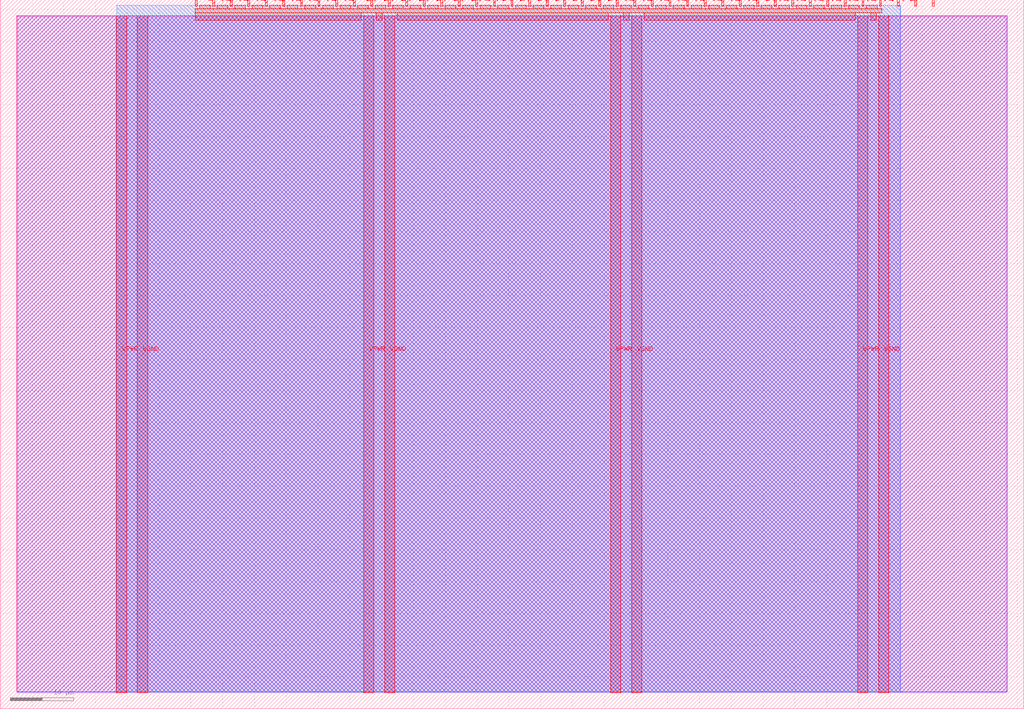
<source format=lef>
VERSION 5.7 ;
  NOWIREEXTENSIONATPIN ON ;
  DIVIDERCHAR "/" ;
  BUSBITCHARS "[]" ;
MACRO tt_um_wokwi_424261982142999553
  CLASS BLOCK ;
  FOREIGN tt_um_wokwi_424261982142999553 ;
  ORIGIN 0.000 0.000 ;
  SIZE 161.000 BY 111.520 ;
  PIN VGND
    DIRECTION INOUT ;
    USE GROUND ;
    PORT
      LAYER met4 ;
        RECT 21.580 2.480 23.180 109.040 ;
    END
    PORT
      LAYER met4 ;
        RECT 60.450 2.480 62.050 109.040 ;
    END
    PORT
      LAYER met4 ;
        RECT 99.320 2.480 100.920 109.040 ;
    END
    PORT
      LAYER met4 ;
        RECT 138.190 2.480 139.790 109.040 ;
    END
  END VGND
  PIN VPWR
    DIRECTION INOUT ;
    USE POWER ;
    PORT
      LAYER met4 ;
        RECT 18.280 2.480 19.880 109.040 ;
    END
    PORT
      LAYER met4 ;
        RECT 57.150 2.480 58.750 109.040 ;
    END
    PORT
      LAYER met4 ;
        RECT 96.020 2.480 97.620 109.040 ;
    END
    PORT
      LAYER met4 ;
        RECT 134.890 2.480 136.490 109.040 ;
    END
  END VPWR
  PIN clk
    DIRECTION INPUT ;
    USE SIGNAL ;
    PORT
      LAYER met4 ;
        RECT 143.830 110.520 144.130 111.520 ;
    END
  END clk
  PIN ena
    DIRECTION INPUT ;
    USE SIGNAL ;
    PORT
      LAYER met4 ;
        RECT 146.590 110.520 146.890 111.520 ;
    END
  END ena
  PIN rst_n
    DIRECTION INPUT ;
    USE SIGNAL ;
    PORT
      LAYER met4 ;
        RECT 141.070 110.520 141.370 111.520 ;
    END
  END rst_n
  PIN ui_in[0]
    DIRECTION INPUT ;
    USE SIGNAL ;
    ANTENNAGATEAREA 0.213000 ;
    PORT
      LAYER met4 ;
        RECT 138.310 110.520 138.610 111.520 ;
    END
  END ui_in[0]
  PIN ui_in[1]
    DIRECTION INPUT ;
    USE SIGNAL ;
    ANTENNAGATEAREA 0.213000 ;
    PORT
      LAYER met4 ;
        RECT 135.550 110.520 135.850 111.520 ;
    END
  END ui_in[1]
  PIN ui_in[2]
    DIRECTION INPUT ;
    USE SIGNAL ;
    ANTENNAGATEAREA 0.213000 ;
    PORT
      LAYER met4 ;
        RECT 132.790 110.520 133.090 111.520 ;
    END
  END ui_in[2]
  PIN ui_in[3]
    DIRECTION INPUT ;
    USE SIGNAL ;
    ANTENNAGATEAREA 0.126000 ;
    PORT
      LAYER met4 ;
        RECT 130.030 110.520 130.330 111.520 ;
    END
  END ui_in[3]
  PIN ui_in[4]
    DIRECTION INPUT ;
    USE SIGNAL ;
    ANTENNAGATEAREA 0.196500 ;
    PORT
      LAYER met4 ;
        RECT 127.270 110.520 127.570 111.520 ;
    END
  END ui_in[4]
  PIN ui_in[5]
    DIRECTION INPUT ;
    USE SIGNAL ;
    PORT
      LAYER met4 ;
        RECT 124.510 110.520 124.810 111.520 ;
    END
  END ui_in[5]
  PIN ui_in[6]
    DIRECTION INPUT ;
    USE SIGNAL ;
    PORT
      LAYER met4 ;
        RECT 121.750 110.520 122.050 111.520 ;
    END
  END ui_in[6]
  PIN ui_in[7]
    DIRECTION INPUT ;
    USE SIGNAL ;
    PORT
      LAYER met4 ;
        RECT 118.990 110.520 119.290 111.520 ;
    END
  END ui_in[7]
  PIN uio_in[0]
    DIRECTION INPUT ;
    USE SIGNAL ;
    PORT
      LAYER met4 ;
        RECT 116.230 110.520 116.530 111.520 ;
    END
  END uio_in[0]
  PIN uio_in[1]
    DIRECTION INPUT ;
    USE SIGNAL ;
    PORT
      LAYER met4 ;
        RECT 113.470 110.520 113.770 111.520 ;
    END
  END uio_in[1]
  PIN uio_in[2]
    DIRECTION INPUT ;
    USE SIGNAL ;
    PORT
      LAYER met4 ;
        RECT 110.710 110.520 111.010 111.520 ;
    END
  END uio_in[2]
  PIN uio_in[3]
    DIRECTION INPUT ;
    USE SIGNAL ;
    PORT
      LAYER met4 ;
        RECT 107.950 110.520 108.250 111.520 ;
    END
  END uio_in[3]
  PIN uio_in[4]
    DIRECTION INPUT ;
    USE SIGNAL ;
    PORT
      LAYER met4 ;
        RECT 105.190 110.520 105.490 111.520 ;
    END
  END uio_in[4]
  PIN uio_in[5]
    DIRECTION INPUT ;
    USE SIGNAL ;
    PORT
      LAYER met4 ;
        RECT 102.430 110.520 102.730 111.520 ;
    END
  END uio_in[5]
  PIN uio_in[6]
    DIRECTION INPUT ;
    USE SIGNAL ;
    PORT
      LAYER met4 ;
        RECT 99.670 110.520 99.970 111.520 ;
    END
  END uio_in[6]
  PIN uio_in[7]
    DIRECTION INPUT ;
    USE SIGNAL ;
    PORT
      LAYER met4 ;
        RECT 96.910 110.520 97.210 111.520 ;
    END
  END uio_in[7]
  PIN uio_oe[0]
    DIRECTION OUTPUT ;
    USE SIGNAL ;
    PORT
      LAYER met4 ;
        RECT 49.990 110.520 50.290 111.520 ;
    END
  END uio_oe[0]
  PIN uio_oe[1]
    DIRECTION OUTPUT ;
    USE SIGNAL ;
    PORT
      LAYER met4 ;
        RECT 47.230 110.520 47.530 111.520 ;
    END
  END uio_oe[1]
  PIN uio_oe[2]
    DIRECTION OUTPUT ;
    USE SIGNAL ;
    PORT
      LAYER met4 ;
        RECT 44.470 110.520 44.770 111.520 ;
    END
  END uio_oe[2]
  PIN uio_oe[3]
    DIRECTION OUTPUT ;
    USE SIGNAL ;
    PORT
      LAYER met4 ;
        RECT 41.710 110.520 42.010 111.520 ;
    END
  END uio_oe[3]
  PIN uio_oe[4]
    DIRECTION OUTPUT ;
    USE SIGNAL ;
    PORT
      LAYER met4 ;
        RECT 38.950 110.520 39.250 111.520 ;
    END
  END uio_oe[4]
  PIN uio_oe[5]
    DIRECTION OUTPUT ;
    USE SIGNAL ;
    PORT
      LAYER met4 ;
        RECT 36.190 110.520 36.490 111.520 ;
    END
  END uio_oe[5]
  PIN uio_oe[6]
    DIRECTION OUTPUT ;
    USE SIGNAL ;
    PORT
      LAYER met4 ;
        RECT 33.430 110.520 33.730 111.520 ;
    END
  END uio_oe[6]
  PIN uio_oe[7]
    DIRECTION OUTPUT ;
    USE SIGNAL ;
    PORT
      LAYER met4 ;
        RECT 30.670 110.520 30.970 111.520 ;
    END
  END uio_oe[7]
  PIN uio_out[0]
    DIRECTION OUTPUT ;
    USE SIGNAL ;
    PORT
      LAYER met4 ;
        RECT 72.070 110.520 72.370 111.520 ;
    END
  END uio_out[0]
  PIN uio_out[1]
    DIRECTION OUTPUT ;
    USE SIGNAL ;
    PORT
      LAYER met4 ;
        RECT 69.310 110.520 69.610 111.520 ;
    END
  END uio_out[1]
  PIN uio_out[2]
    DIRECTION OUTPUT ;
    USE SIGNAL ;
    PORT
      LAYER met4 ;
        RECT 66.550 110.520 66.850 111.520 ;
    END
  END uio_out[2]
  PIN uio_out[3]
    DIRECTION OUTPUT ;
    USE SIGNAL ;
    PORT
      LAYER met4 ;
        RECT 63.790 110.520 64.090 111.520 ;
    END
  END uio_out[3]
  PIN uio_out[4]
    DIRECTION OUTPUT ;
    USE SIGNAL ;
    PORT
      LAYER met4 ;
        RECT 61.030 110.520 61.330 111.520 ;
    END
  END uio_out[4]
  PIN uio_out[5]
    DIRECTION OUTPUT ;
    USE SIGNAL ;
    PORT
      LAYER met4 ;
        RECT 58.270 110.520 58.570 111.520 ;
    END
  END uio_out[5]
  PIN uio_out[6]
    DIRECTION OUTPUT ;
    USE SIGNAL ;
    PORT
      LAYER met4 ;
        RECT 55.510 110.520 55.810 111.520 ;
    END
  END uio_out[6]
  PIN uio_out[7]
    DIRECTION OUTPUT ;
    USE SIGNAL ;
    PORT
      LAYER met4 ;
        RECT 52.750 110.520 53.050 111.520 ;
    END
  END uio_out[7]
  PIN uo_out[0]
    DIRECTION OUTPUT ;
    USE SIGNAL ;
    ANTENNADIFFAREA 0.445500 ;
    PORT
      LAYER met4 ;
        RECT 94.150 110.520 94.450 111.520 ;
    END
  END uo_out[0]
  PIN uo_out[1]
    DIRECTION OUTPUT ;
    USE SIGNAL ;
    ANTENNADIFFAREA 0.445500 ;
    PORT
      LAYER met4 ;
        RECT 91.390 110.520 91.690 111.520 ;
    END
  END uo_out[1]
  PIN uo_out[2]
    DIRECTION OUTPUT ;
    USE SIGNAL ;
    ANTENNADIFFAREA 0.445500 ;
    PORT
      LAYER met4 ;
        RECT 88.630 110.520 88.930 111.520 ;
    END
  END uo_out[2]
  PIN uo_out[3]
    DIRECTION OUTPUT ;
    USE SIGNAL ;
    ANTENNADIFFAREA 0.445500 ;
    PORT
      LAYER met4 ;
        RECT 85.870 110.520 86.170 111.520 ;
    END
  END uo_out[3]
  PIN uo_out[4]
    DIRECTION OUTPUT ;
    USE SIGNAL ;
    ANTENNADIFFAREA 0.445500 ;
    PORT
      LAYER met4 ;
        RECT 83.110 110.520 83.410 111.520 ;
    END
  END uo_out[4]
  PIN uo_out[5]
    DIRECTION OUTPUT ;
    USE SIGNAL ;
    ANTENNADIFFAREA 0.445500 ;
    PORT
      LAYER met4 ;
        RECT 80.350 110.520 80.650 111.520 ;
    END
  END uo_out[5]
  PIN uo_out[6]
    DIRECTION OUTPUT ;
    USE SIGNAL ;
    PORT
      LAYER met4 ;
        RECT 77.590 110.520 77.890 111.520 ;
    END
  END uo_out[6]
  PIN uo_out[7]
    DIRECTION OUTPUT ;
    USE SIGNAL ;
    PORT
      LAYER met4 ;
        RECT 74.830 110.520 75.130 111.520 ;
    END
  END uo_out[7]
  OBS
      LAYER nwell ;
        RECT 2.570 2.635 158.430 108.990 ;
      LAYER li1 ;
        RECT 2.760 2.635 158.240 108.885 ;
      LAYER met1 ;
        RECT 2.760 2.480 158.240 109.040 ;
      LAYER met2 ;
        RECT 18.310 2.535 141.590 110.685 ;
      LAYER met3 ;
        RECT 18.290 2.555 141.615 110.665 ;
      LAYER met4 ;
        RECT 31.370 110.120 33.030 110.665 ;
        RECT 34.130 110.120 35.790 110.665 ;
        RECT 36.890 110.120 38.550 110.665 ;
        RECT 39.650 110.120 41.310 110.665 ;
        RECT 42.410 110.120 44.070 110.665 ;
        RECT 45.170 110.120 46.830 110.665 ;
        RECT 47.930 110.120 49.590 110.665 ;
        RECT 50.690 110.120 52.350 110.665 ;
        RECT 53.450 110.120 55.110 110.665 ;
        RECT 56.210 110.120 57.870 110.665 ;
        RECT 58.970 110.120 60.630 110.665 ;
        RECT 61.730 110.120 63.390 110.665 ;
        RECT 64.490 110.120 66.150 110.665 ;
        RECT 67.250 110.120 68.910 110.665 ;
        RECT 70.010 110.120 71.670 110.665 ;
        RECT 72.770 110.120 74.430 110.665 ;
        RECT 75.530 110.120 77.190 110.665 ;
        RECT 78.290 110.120 79.950 110.665 ;
        RECT 81.050 110.120 82.710 110.665 ;
        RECT 83.810 110.120 85.470 110.665 ;
        RECT 86.570 110.120 88.230 110.665 ;
        RECT 89.330 110.120 90.990 110.665 ;
        RECT 92.090 110.120 93.750 110.665 ;
        RECT 94.850 110.120 96.510 110.665 ;
        RECT 97.610 110.120 99.270 110.665 ;
        RECT 100.370 110.120 102.030 110.665 ;
        RECT 103.130 110.120 104.790 110.665 ;
        RECT 105.890 110.120 107.550 110.665 ;
        RECT 108.650 110.120 110.310 110.665 ;
        RECT 111.410 110.120 113.070 110.665 ;
        RECT 114.170 110.120 115.830 110.665 ;
        RECT 116.930 110.120 118.590 110.665 ;
        RECT 119.690 110.120 121.350 110.665 ;
        RECT 122.450 110.120 124.110 110.665 ;
        RECT 125.210 110.120 126.870 110.665 ;
        RECT 127.970 110.120 129.630 110.665 ;
        RECT 130.730 110.120 132.390 110.665 ;
        RECT 133.490 110.120 135.150 110.665 ;
        RECT 136.250 110.120 137.910 110.665 ;
        RECT 30.655 109.440 138.625 110.120 ;
        RECT 30.655 108.295 56.750 109.440 ;
        RECT 59.150 108.295 60.050 109.440 ;
        RECT 62.450 108.295 95.620 109.440 ;
        RECT 98.020 108.295 98.920 109.440 ;
        RECT 101.320 108.295 134.490 109.440 ;
        RECT 136.890 108.295 137.790 109.440 ;
  END
END tt_um_wokwi_424261982142999553
END LIBRARY


</source>
